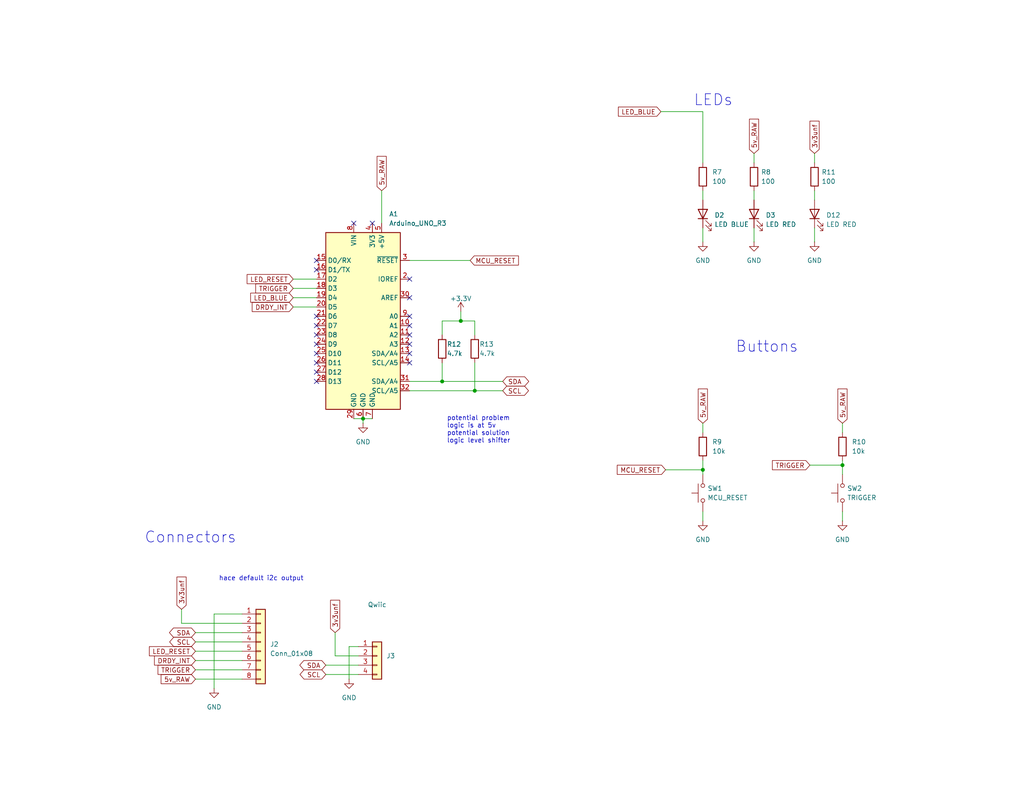
<source format=kicad_sch>
(kicad_sch (version 20250114) (generator "eeschema") (generator_version "9.0")
  (paper "A")
  (title_block (title "Development Board") (date "2025-03-03") (rev "2.3.1A") (company "Plastic Scanner"))
  (lib_symbols
    (symbol "Connector_Generic:Conn_01x04" (pin_names (offset 1.016) (hide yes))
      (property "Reference" "J" (at 0 5.08 0))
      (property "Value" "Conn_01x04" (at 0 -7.62 0))
      (symbol "Conn_01x04_1_1"
        (rectangle (start -1.27 3.81) (end 1.27 -6.35) (stroke (width 0.254)) (fill (type background)))
        (rectangle (start -1.27 2.667) (end 0 2.413) (stroke (width 0.1524)))
        (rectangle (start -1.27 0.127) (end 0 -0.127) (stroke (width 0.1524)))
        (rectangle (start -1.27 -2.413) (end 0 -2.667) (stroke (width 0.1524)))
        (rectangle (start -1.27 -4.953) (end 0 -5.207) (stroke (width 0.1524)))
        (pin passive line (at -5.08 2.54 0) (length 3.81) (name "Pin_1") (number "1"))
        (pin passive line (at -5.08 0 0) (length 3.81) (name "Pin_2") (number "2"))
        (pin passive line (at -5.08 -2.54 0) (length 3.81) (name "Pin_3") (number "3"))
        (pin passive line (at -5.08 -5.08 0) (length 3.81) (name "Pin_4") (number "4"))
      )
    )
    (symbol "Connector_Generic:Conn_01x08" (pin_names (offset 1.016) (hide yes))
      (property "Reference" "J" (at 0 10.16 0))
      (property "Value" "Conn_01x08" (at 0 -12.7 0))
      (symbol "Conn_01x08_1_1"
        (rectangle (start -1.27 8.89) (end 1.27 -11.43) (stroke (width 0.254)) (fill (type background)))
        (rectangle (start -1.27 7.747) (end 0 7.493) (stroke (width 0.1524)))
        (rectangle (start -1.27 5.207) (end 0 4.953) (stroke (width 0.1524)))
        (rectangle (start -1.27 2.667) (end 0 2.413) (stroke (width 0.1524)))
        (rectangle (start -1.27 0.127) (end 0 -0.127) (stroke (width 0.1524)))
        (rectangle (start -1.27 -2.413) (end 0 -2.667) (stroke (width 0.1524)))
        (rectangle (start -1.27 -4.953) (end 0 -5.207) (stroke (width 0.1524)))
        (rectangle (start -1.27 -7.493) (end 0 -7.747) (stroke (width 0.1524)))
        (rectangle (start -1.27 -10.033) (end 0 -10.287) (stroke (width 0.1524)))
        (pin passive line (at -5.08 7.62 0) (length 3.81) (name "Pin_1") (number "1"))
        (pin passive line (at -5.08 5.08 0) (length 3.81) (name "Pin_2") (number "2"))
        (pin passive line (at -5.08 2.54 0) (length 3.81) (name "Pin_3") (number "3"))
        (pin passive line (at -5.08 0 0) (length 3.81) (name "Pin_4") (number "4"))
        (pin passive line (at -5.08 -2.54 0) (length 3.81) (name "Pin_5") (number "5"))
        (pin passive line (at -5.08 -5.08 0) (length 3.81) (name "Pin_6") (number "6"))
        (pin passive line (at -5.08 -7.62 0) (length 3.81) (name "Pin_7") (number "7"))
        (pin passive line (at -5.08 -10.16 0) (length 3.81) (name "Pin_8") (number "8"))
      )
    )
    (symbol "Device:LED" (pin_numbers (hide yes)) (pin_names (offset 1.016) (hide yes))
      (property "Reference" "D" (at 0 2.54 0))
      (property "Value" "LED" (at 0 -2.54 0))
      (symbol "LED_0_1"
        (polyline (pts (xy -3.048 -0.762) (xy -4.572 -2.286) (xy -3.81 -2.286) (xy -4.572 -2.286) (xy -4.572 -1.524)))
        (polyline (pts (xy -1.778 -0.762) (xy -3.302 -2.286) (xy -2.54 -2.286) (xy -3.302 -2.286) (xy -3.302 -1.524)))
        (polyline (pts (xy -1.27 0) (xy 1.27 0)))
        (polyline (pts (xy -1.27 -1.27) (xy -1.27 1.27)) (stroke (width 0.254)))
        (polyline (pts (xy 1.27 -1.27) (xy 1.27 1.27) (xy -1.27 0) (xy 1.27 -1.27)) (stroke (width 0.254)))
      )
      (symbol "LED_1_1"
        (pin passive line (at -3.81 0 0) (length 2.54) (name "K") (number "1"))
        (pin passive line (at 3.81 0 180) (length 2.54) (name "A") (number "2"))
      )
    )
    (symbol "Device:R" (pin_numbers (hide yes)) (pin_names (offset 0))
      (property "Reference" "R" (at 2.032 0 90))
      (property "Value" "R" (at 0 0 90))
      (symbol "R_0_1"
        (rectangle (start -1.016 -2.54) (end 1.016 2.54) (stroke (width 0.254)))
      )
      (symbol "R_1_1"
        (pin passive line (at 0 3.81 270) (length 1.27) (name "~") (number "1"))
        (pin passive line (at 0 -3.81 90) (length 1.27) (name "~") (number "2"))
      )
    )
    (symbol "MCU_Module:Arduino_UNO_R3"
      (property "Reference" "A" (at -10.16 23.495 0))
      (property "Value" "Arduino_UNO_R3" (at 5.08 -26.67 0))
      (symbol "Arduino_UNO_R3_0_1"
        (rectangle (start -10.16 22.86) (end 10.16 -25.4) (stroke (width 0.254)) (fill (type background)))
      )
      (symbol "Arduino_UNO_R3_1_1"
        (pin bidirectional line (at -12.7 15.24 0) (length 2.54) (name "D0/RX") (number "15"))
        (pin bidirectional line (at -12.7 12.7 0) (length 2.54) (name "D1/TX") (number "16"))
        (pin bidirectional line (at -12.7 10.16 0) (length 2.54) (name "D2") (number "17"))
        (pin bidirectional line (at -12.7 7.62 0) (length 2.54) (name "D3") (number "18"))
        (pin bidirectional line (at -12.7 5.08 0) (length 2.54) (name "D4") (number "19"))
        (pin bidirectional line (at -12.7 2.54 0) (length 2.54) (name "D5") (number "20"))
        (pin bidirectional line (at -12.7 0 0) (length 2.54) (name "D6") (number "21"))
        (pin bidirectional line (at -12.7 -2.54 0) (length 2.54) (name "D7") (number "22"))
        (pin bidirectional line (at -12.7 -5.08 0) (length 2.54) (name "D8") (number "23"))
        (pin bidirectional line (at -12.7 -7.62 0) (length 2.54) (name "D9") (number "24"))
        (pin bidirectional line (at -12.7 -10.16 0) (length 2.54) (name "D10") (number "25"))
        (pin bidirectional line (at -12.7 -12.7 0) (length 2.54) (name "D11") (number "26"))
        (pin bidirectional line (at -12.7 -15.24 0) (length 2.54) (name "D12") (number "27"))
        (pin bidirectional line (at -12.7 -17.78 0) (length 2.54) (name "D13") (number "28"))
        (pin no_connect line (at -10.16 -20.32 0) (length 2.54) (hide yes) (name "NC") (number "1"))
        (pin power_in line (at -2.54 25.4 270) (length 2.54) (name "VIN") (number "8"))
        (pin power_in line (at -2.54 -27.94 90) (length 2.54) (name "GND") (number "29"))
        (pin power_in line (at 0 -27.94 90) (length 2.54) (name "GND") (number "6"))
        (pin power_out line (at 2.54 25.4 270) (length 2.54) (name "3V3") (number "4"))
        (pin power_in line (at 2.54 -27.94 90) (length 2.54) (name "GND") (number "7"))
        (pin power_out line (at 5.08 25.4 270) (length 2.54) (name "+5V") (number "5"))
        (pin input line (at 12.7 15.24 180) (length 2.54) (name "~{RESET}") (number "3"))
        (pin output line (at 12.7 10.16 180) (length 2.54) (name "IOREF") (number "2"))
        (pin input line (at 12.7 5.08 180) (length 2.54) (name "AREF") (number "30"))
        (pin bidirectional line (at 12.7 0 180) (length 2.54) (name "A0") (number "9"))
        (pin bidirectional line (at 12.7 -2.54 180) (length 2.54) (name "A1") (number "10"))
        (pin bidirectional line (at 12.7 -5.08 180) (length 2.54) (name "A2") (number "11"))
        (pin bidirectional line (at 12.7 -7.62 180) (length 2.54) (name "A3") (number "12"))
        (pin bidirectional line (at 12.7 -10.16 180) (length 2.54) (name "SDA/A4") (number "13"))
        (pin bidirectional line (at 12.7 -12.7 180) (length 2.54) (name "SCL/A5") (number "14"))
        (pin bidirectional line (at 12.7 -17.78 180) (length 2.54) (name "SDA/A4") (number "31"))
        (pin bidirectional line (at 12.7 -20.32 180) (length 2.54) (name "SCL/A5") (number "32"))
      )
    )
    (symbol "Switch:SW_Push" (pin_numbers (hide yes)) (pin_names (offset 1.016) (hide yes))
      (property "Reference" "SW" (at 1.27 2.54 0))
      (property "Value" "SW_Push" (at 0 -1.524 0))
      (symbol "SW_Push_0_1"
        (circle (center -2.032 0) (radius 0.508))
        (polyline (pts (xy 0 1.27) (xy 0 3.048)))
        (circle (center 2.032 0) (radius 0.508))
        (polyline (pts (xy 2.54 1.27) (xy -2.54 1.27)))
        (pin passive line (at -5.08 0 0) (length 2.54) (name "1") (number "1"))
        (pin passive line (at 5.08 0 180) (length 2.54) (name "2") (number "2"))
      )
    )
    (symbol "power:+3.3V" (power) (pin_numbers (hide yes)) (pin_names (offset 0) (hide yes))
      (property "Value" "+3.3V" (at 0 3.556 0))
      (symbol "+3.3V_0_1"
        (polyline (pts (xy -0.762 1.27) (xy 0 2.54)))
        (polyline (pts (xy 0 2.54) (xy 0.762 1.27)))
        (polyline (pts (xy 0 0) (xy 0 2.54)))
      )
      (symbol "+3.3V_1_1"
        (pin power_in line (at 0 0 90) (length 0) (name "~") (number "1"))
      )
    )
    (symbol "power:GND" (power) (pin_numbers (hide yes)) (pin_names (offset 0) (hide yes))
      (property "Value" "GND" (at 0 -3.81 0))
      (symbol "GND_0_1"
        (polyline (pts (xy 0 0) (xy 0 -1.27) (xy 1.27 -1.27) (xy 0 -2.54) (xy -1.27 -1.27) (xy 0 -1.27)))
      )
      (symbol "GND_1_1"
        (pin power_in line (at 0 0 270) (length 0) (name "~") (number "1"))
      )
    )
  )
  (bus_alias "BUS2" (members "SDA" "SCL"))
  (text "LEDs" (at 189.23 29.21 0) (effects (font (size 3 3)) (justify left bottom)))
  (text "potential problem\nlogic is at 5v\npotential solution\nlogic level shifter\n\n" (at 121.92 123.19 0) (effects (font (size 1.27 1.27)) (justify left bottom)))
  (text "hace default i2c output" (at 59.69 158.75 0) (effects (font (size 1.27 1.27)) (justify left bottom)))
  (text "Connectors" (at 39.37 148.59 0) (effects (font (size 3 3)) (justify left bottom)))
  (text "Buttons" (at 200.66 96.52 0) (effects (font (size 3 3)) (justify left bottom)))
  (junction (at 229.87 127))
  (junction (at 99.06 114.3))
  (junction (at 129.54 106.68))
  (junction (at 120.65 104.14))
  (junction (at 191.77 128.27))
  (junction (at 125.73 87.63))
  (no_connect (at 86.36 73.66))
  (no_connect (at 86.36 71.12))
  (no_connect (at 111.76 76.2))
  (no_connect (at 96.52 60.96))
  (no_connect (at 111.76 81.28))
  (no_connect (at 111.76 99.06))
  (no_connect (at 111.76 86.36))
  (no_connect (at 111.76 88.9))
  (no_connect (at 111.76 91.44))
  (no_connect (at 111.76 93.98))
  (no_connect (at 111.76 96.52))
  (no_connect (at 86.36 93.98))
  (no_connect (at 86.36 91.44))
  (no_connect (at 86.36 96.52))
  (no_connect (at 101.6 60.96))
  (no_connect (at 86.36 86.36))
  (no_connect (at 86.36 99.06))
  (no_connect (at 86.36 88.9))
  (no_connect (at 86.36 101.6))
  (no_connect (at 86.36 104.14))
  (wire (pts (xy 97.79 179.07) (xy 91.44 179.07)))
  (wire (pts (xy 91.44 172.72) (xy 91.44 179.07)))
  (wire (pts (xy 99.06 114.3) (xy 99.06 115.57)))
  (wire (pts (xy 180.34 30.48) (xy 191.77 30.48)))
  (wire (pts (xy 120.65 99.06) (xy 120.65 104.14)))
  (wire (pts (xy 191.77 52.07) (xy 191.77 54.61)))
  (wire (pts (xy 129.54 99.06) (xy 129.54 106.68)))
  (wire (pts (xy 88.9 181.61) (xy 97.79 181.61)))
  (wire (pts (xy 229.87 127) (xy 229.87 129.54)))
  (wire (pts (xy 181.61 128.27) (xy 191.77 128.27)))
  (wire (pts (xy 80.01 76.2) (xy 86.36 76.2)))
  (wire (pts (xy 120.65 91.44) (xy 120.65 87.63)))
  (wire (pts (xy 80.01 83.82) (xy 86.36 83.82)))
  (wire (pts (xy 111.76 104.14) (xy 120.65 104.14)))
  (wire (pts (xy 191.77 125.73) (xy 191.77 128.27)))
  (wire (pts (xy 96.52 114.3) (xy 99.06 114.3)))
  (wire (pts (xy 205.74 52.07) (xy 205.74 54.61)))
  (wire (pts (xy 66.04 170.18) (xy 49.53 170.18)))
  (wire (pts (xy 95.25 176.53) (xy 97.79 176.53)))
  (wire (pts (xy 80.01 81.28) (xy 86.36 81.28)))
  (wire (pts (xy 53.34 180.34) (xy 66.04 180.34)))
  (wire (pts (xy 222.25 41.91) (xy 222.25 44.45)))
  (wire (pts (xy 229.87 125.73) (xy 229.87 127)))
  (wire (pts (xy 229.87 115.57) (xy 229.87 118.11)))
  (wire (pts (xy 53.34 175.26) (xy 66.04 175.26)))
  (wire (pts (xy 191.77 115.57) (xy 191.77 118.11)))
  (wire (pts (xy 111.76 71.12) (xy 128.27 71.12)))
  (wire (pts (xy 111.76 106.68) (xy 129.54 106.68)))
  (wire (pts (xy 125.73 87.63) (xy 129.54 87.63)))
  (wire (pts (xy 191.77 30.48) (xy 191.77 44.45)))
  (wire (pts (xy 191.77 62.23) (xy 191.77 66.04)))
  (wire (pts (xy 53.34 177.8) (xy 66.04 177.8)))
  (wire (pts (xy 205.74 41.91) (xy 205.74 44.45)))
  (wire (pts (xy 191.77 139.7) (xy 191.77 142.24)))
  (wire (pts (xy 53.34 182.88) (xy 66.04 182.88)))
  (wire (pts (xy 104.14 52.07) (xy 104.14 60.96)))
  (wire (pts (xy 53.34 172.72) (xy 66.04 172.72)))
  (wire (pts (xy 222.25 62.23) (xy 222.25 66.04)))
  (wire (pts (xy 49.53 170.18) (xy 49.53 166.37)))
  (wire (pts (xy 58.42 187.96) (xy 58.42 167.64)))
  (wire (pts (xy 120.65 104.14) (xy 137.16 104.14)))
  (wire (pts (xy 53.34 185.42) (xy 66.04 185.42)))
  (wire (pts (xy 205.74 62.23) (xy 205.74 66.04)))
  (wire (pts (xy 222.25 52.07) (xy 222.25 54.61)))
  (wire (pts (xy 229.87 139.7) (xy 229.87 142.24)))
  (wire (pts (xy 95.25 185.42) (xy 95.25 176.53)))
  (wire (pts (xy 129.54 106.68) (xy 137.16 106.68)))
  (wire (pts (xy 58.42 167.64) (xy 66.04 167.64)))
  (wire (pts (xy 80.01 78.74) (xy 86.36 78.74)))
  (wire (pts (xy 99.06 114.3) (xy 101.6 114.3)))
  (wire (pts (xy 129.54 87.63) (xy 129.54 91.44)))
  (wire (pts (xy 88.9 184.15) (xy 97.79 184.15)))
  (wire (pts (xy 191.77 128.27) (xy 191.77 129.54)))
  (wire (pts (xy 220.98 127) (xy 229.87 127)))
  (wire (pts (xy 125.73 85.09) (xy 125.73 87.63)))
  (wire (pts (xy 120.65 87.63) (xy 125.73 87.63)))
  (global_label "DRDY_INT" (shape input) (at 53.34 180.34 180) (property "Intersheetrefs" "${INTERSHEET_REFS}" (effects (hide yes))))
  (global_label "SDA" (shape bidirectional) (at 53.34 172.72 180) (property "Intersheetrefs" "${INTERSHEET_REFS}" (effects (hide yes))))
  (global_label "SCL" (shape bidirectional) (at 137.16 106.68 0) (property "Intersheetrefs" "${INTERSHEET_REFS}" (effects (hide yes))))
  (global_label "5v_RAW" (shape input) (at 229.87 115.57 90) (property "Intersheetrefs" "${INTERSHEET_REFS}" (effects (hide yes))))
  (global_label "5v_RAW" (shape input) (at 205.74 41.91 90) (property "Intersheetrefs" "${INTERSHEET_REFS}" (effects (hide yes))))
  (global_label "LED_BLUE" (shape input) (at 180.34 30.48 180) (property "Intersheetrefs" "${INTERSHEET_REFS}" (effects (hide yes))))
  (global_label "DRDY_INT" (shape input) (at 80.01 83.82 180) (property "Intersheetrefs" "${INTERSHEET_REFS}" (effects (hide yes))))
  (global_label "SDA" (shape bidirectional) (at 88.9 181.61 180) (property "Intersheetrefs" "${INTERSHEET_REFS}" (effects (hide yes))))
  (global_label "TRIGGER" (shape input) (at 53.34 182.88 180) (property "Intersheetrefs" "${INTERSHEET_REFS}" (effects (hide yes))))
  (global_label "TRIGGER" (shape input) (at 80.01 78.74 180) (property "Intersheetrefs" "${INTERSHEET_REFS}" (effects (hide yes))))
  (global_label "MCU_RESET" (shape input) (at 181.61 128.27 180) (property "Intersheetrefs" "${INTERSHEET_REFS}" (effects (hide yes))))
  (global_label "LED_RESET" (shape input) (at 80.01 76.2 180) (property "Intersheetrefs" "${INTERSHEET_REFS}" (effects (hide yes))))
  (global_label "3v3unf" (shape input) (at 222.25 41.91 90) (property "Intersheetrefs" "${INTERSHEET_REFS}" (effects (hide yes))))
  (global_label "3v3unf" (shape input) (at 49.53 166.37 90) (property "Intersheetrefs" "${INTERSHEET_REFS}" (effects (hide yes))))
  (global_label "LED_BLUE" (shape input) (at 80.01 81.28 180) (property "Intersheetrefs" "${INTERSHEET_REFS}" (effects (hide yes))))
  (global_label "TRIGGER" (shape input) (at 220.98 127 180) (property "Intersheetrefs" "${INTERSHEET_REFS}" (effects (hide yes))))
  (global_label "5v_RAW" (shape input) (at 104.14 52.07 90) (property "Intersheetrefs" "${INTERSHEET_REFS}" (effects (hide yes))))
  (global_label "5v_RAW" (shape input) (at 191.77 115.57 90) (property "Intersheetrefs" "${INTERSHEET_REFS}" (effects (hide yes))))
  (global_label "SCL" (shape bidirectional) (at 53.34 175.26 180) (property "Intersheetrefs" "${INTERSHEET_REFS}" (effects (hide yes))))
  (global_label "MCU_RESET" (shape input) (at 128.27 71.12 0) (property "Intersheetrefs" "${INTERSHEET_REFS}" (effects (hide yes))))
  (global_label "SCL" (shape bidirectional) (at 88.9 184.15 180) (property "Intersheetrefs" "${INTERSHEET_REFS}" (effects (hide yes))))
  (global_label "3v3unf" (shape input) (at 91.44 172.72 90) (property "Intersheetrefs" "${INTERSHEET_REFS}" (effects (hide yes))))
  (global_label "SDA" (shape bidirectional) (at 137.16 104.14 0) (property "Intersheetrefs" "${INTERSHEET_REFS}" (effects (hide yes))))
  (global_label "LED_RESET" (shape input) (at 53.34 177.8 180) (property "Intersheetrefs" "${INTERSHEET_REFS}" (effects (hide yes))))
  (global_label "5v_RAW" (shape input) (at 53.34 185.42 180) (property "Intersheetrefs" "${INTERSHEET_REFS}" (effects (hide yes))))
  (symbol (lib_id "Device:LED") (at 205.74 58.42 90) (unit 1)
    (property "Reference" "D3" (at 208.915 58.7374 90) (effects (justify right)))
    (property "Value" "LED RED" (at 208.915 61.2774 90) (effects (justify right)))
    (property "Footprint" "LED_SMD:LED_0805_2012Metric_Pad1.15x1.40mm_HandSolder" (effects (hide yes)))
  )
  (symbol (lib_id "Device:R") (at 129.54 95.25 0) (unit 1)
    (property "Reference" "R13" (at 130.81 93.98 0) (effects (justify left)))
    (property "Value" "4.7k" (at 130.81 96.52 0) (effects (justify left)))
    (property "Footprint" "Resistor_SMD:R_0805_2012Metric_Pad1.20x1.40mm_HandSolder" (effects (hide yes)))
  )
  (symbol (lib_id "power:GND") (at 99.06 115.57 0) (unit 1)
    (property "Reference" "#PWR11" (effects (hide yes)))
    (property "Value" "GND" (at 99.06 120.65 0))
    (property "Description" "Power symbol creates a global label with name \"GND\" , ground" (effects (hide yes)))
  )
  (symbol (lib_id "power:GND") (at 222.25 66.04 0) (unit 1)
    (property "Reference" "#PWR13" (effects (hide yes)))
    (property "Value" "GND" (at 222.25 71.12 0))
    (property "Description" "Power symbol creates a global label with name \"GND\" , ground" (effects (hide yes)))
  )
  (symbol (lib_id "power:GND") (at 191.77 66.04 0) (unit 1)
    (property "Reference" "#PWR15" (effects (hide yes)))
    (property "Value" "GND" (at 191.77 71.12 0))
    (property "Description" "Power symbol creates a global label with name \"GND\" , ground" (effects (hide yes)))
  )
  (symbol (lib_id "power:+3.3V") (at 125.73 85.09 0) (unit 1)
    (property "Reference" "#PWR022" (effects (hide yes)))
    (property "Value" "+3.3V" (at 125.73 81.534 0))
    (property "Description" "Power symbol creates a global label with name \"+3.3V\"" (effects (hide yes)))
  )
  (symbol (lib_id "Switch:SW_Push") (at 191.77 134.62 90) (unit 1)
    (property "Reference" "SW1" (at 193.04 133.3499 90) (effects (justify right)))
    (property "Value" "MCU_RESET" (at 193.04 135.8899 90) (effects (justify right)))
    (property "Footprint" "Button_Switch_THT:SW_PUSH_6mm" (effects (hide yes)))
  )
  (symbol (lib_id "power:GND") (at 58.42 187.96 0) (unit 1)
    (property "Reference" "#PWR12" (effects (hide yes)))
    (property "Value" "GND" (at 58.42 193.04 0))
    (property "Description" "Power symbol creates a global label with name \"GND\" , ground" (effects (hide yes)))
  )
  (symbol (lib_id "power:GND") (at 229.87 142.24 0) (unit 1)
    (property "Reference" "#PWR21" (effects (hide yes)))
    (property "Value" "GND" (at 229.87 147.32 0))
    (property "Description" "Power symbol creates a global label with name \"GND\" , ground" (effects (hide yes)))
  )
  (symbol (lib_id "Device:R") (at 229.87 121.92 0) (unit 1)
    (property "Reference" "R10" (at 232.41 120.6499 0) (effects (justify left)))
    (property "Value" "10k" (at 232.41 123.1899 0) (effects (justify left)))
    (property "Footprint" "Resistor_SMD:R_0805_2012Metric_Pad1.20x1.40mm_HandSolder" (effects (hide yes)))
  )
  (symbol (lib_id "Device:LED") (at 222.25 58.42 90) (unit 1)
    (property "Reference" "D12" (at 225.425 58.7374 90) (effects (justify right)))
    (property "Value" "LED RED" (at 225.425 61.2774 90) (effects (justify right)))
    (property "Footprint" "LED_SMD:LED_0805_2012Metric_Pad1.15x1.40mm_HandSolder" (effects (hide yes)))
  )
  (symbol (lib_id "Device:R") (at 191.77 48.26 0) (mirror y) (unit 1)
    (property "Reference" "R7" (at 194.31 46.9899 0) (effects (justify right)))
    (property "Value" "100" (at 194.31 49.5299 0) (effects (justify right)))
    (property "Footprint" "Resistor_SMD:R_0805_2012Metric_Pad1.20x1.40mm_HandSolder" (effects (hide yes)))
  )
  (symbol (lib_id "Switch:SW_Push") (at 229.87 134.62 90) (unit 1)
    (property "Reference" "SW2" (at 231.14 133.3499 90) (effects (justify right)))
    (property "Value" "TRIGGER" (at 231.14 135.8899 90) (effects (justify right)))
    (property "Footprint" "Button_Switch_THT:SW_PUSH_6mm" (effects (hide yes)))
  )
  (symbol (lib_id "Device:R") (at 205.74 48.26 0) (mirror y) (unit 1)
    (property "Reference" "R8" (at 207.645 46.9899 0) (effects (justify right)))
    (property "Value" "100" (at 207.645 49.5299 0) (effects (justify right)))
    (property "Footprint" "Resistor_SMD:R_0805_2012Metric_Pad1.20x1.40mm_HandSolder" (effects (hide yes)))
  )
  (symbol (lib_id "Device:LED") (at 191.77 58.42 90) (unit 1)
    (property "Reference" "D2" (at 194.945 58.7374 90) (effects (justify right)))
    (property "Value" "LED BLUE" (at 194.945 61.2774 90) (effects (justify right)))
    (property "Footprint" "LED_SMD:LED_0805_2012Metric_Pad1.15x1.40mm_HandSolder" (effects (hide yes)))
  )
  (symbol (lib_id "Connector_Generic:Conn_01x04") (at 102.87 179.07 0) (unit 1)
    (property "Reference" "J3" (at 105.41 179.0699 0) (effects (justify left)))
    (property "Value" "Qwiic" (at 100.33 165.1 0) (effects (justify left)))
    (property "Footprint" "Connector_JST:JST_SH_SM04B-SRSS-TB_1x04-1MP_P1.00mm_Horizontal" (effects (hide yes)))
  )
  (symbol (lib_id "Connector_Generic:Conn_01x08") (at 71.12 175.26 0) (unit 1)
    (property "Reference" "J2" (at 73.66 175.895 0) (effects (justify left)))
    (property "Value" "Conn_01x08" (at 73.66 178.435 0) (effects (justify left)))
    (property "Footprint" "Connector_PinHeader_2.54mm:PinHeader_1x08_P2.54mm_Vertical" (effects (hide yes)))
  )
  (symbol (lib_id "power:GND") (at 205.74 66.04 0) (unit 1)
    (property "Reference" "#PWR17" (effects (hide yes)))
    (property "Value" "GND" (at 205.74 71.12 0))
    (property "Description" "Power symbol creates a global label with name \"GND\" , ground" (effects (hide yes)))
  )
  (symbol (lib_id "MCU_Module:Arduino_UNO_R3") (at 99.06 86.36 0) (unit 1)
    (property "Reference" "A1" (at 106.1594 58.42 0) (effects (justify left)))
    (property "Value" "Arduino_UNO_R3" (at 106.1594 60.96 0) (effects (justify left)))
    (property "Footprint" "Module:Arduino_UNO_R3" (effects (hide yes)))
    (property "Datasheet" "https://www.arduino.cc/en/Main/arduinoBoardUno" (effects (hide yes)))
  )
  (symbol (lib_id "Device:R") (at 191.77 121.92 0) (unit 1)
    (property "Reference" "R9" (at 194.31 120.6499 0) (effects (justify left)))
    (property "Value" "10k" (at 194.31 123.1899 0) (effects (justify left)))
    (property "Footprint" "Resistor_SMD:R_0805_2012Metric_Pad1.20x1.40mm_HandSolder" (effects (hide yes)))
  )
  (symbol (lib_id "Device:R") (at 120.65 95.25 0) (unit 1)
    (property "Reference" "R12" (at 121.92 93.98 0) (effects (justify left)))
    (property "Value" "4.7k" (at 121.92 96.52 0) (effects (justify left)))
    (property "Footprint" "Resistor_SMD:R_0805_2012Metric_Pad1.20x1.40mm_HandSolder" (effects (hide yes)))
  )
  (symbol (lib_id "power:GND") (at 95.25 185.42 0) (unit 1)
    (property "Reference" "#PWR14" (effects (hide yes)))
    (property "Value" "GND" (at 95.25 190.5 0))
    (property "Description" "Power symbol creates a global label with name \"GND\" , ground" (effects (hide yes)))
  )
  (symbol (lib_id "Device:R") (at 222.25 48.26 0) (mirror y) (unit 1)
    (property "Reference" "R11" (at 224.155 46.9899 0) (effects (justify right)))
    (property "Value" "100" (at 224.155 49.5299 0) (effects (justify right)))
    (property "Footprint" "Resistor_SMD:R_0805_2012Metric_Pad1.20x1.40mm_HandSolder" (effects (hide yes)))
  )
  (symbol (lib_id "power:GND") (at 191.77 142.24 0) (unit 1)
    (property "Reference" "#PWR19" (effects (hide yes)))
    (property "Value" "GND" (at 191.77 147.32 0))
    (property "Description" "Power symbol creates a global label with name \"GND\" , ground" (effects (hide yes)))
  )
)
</source>
